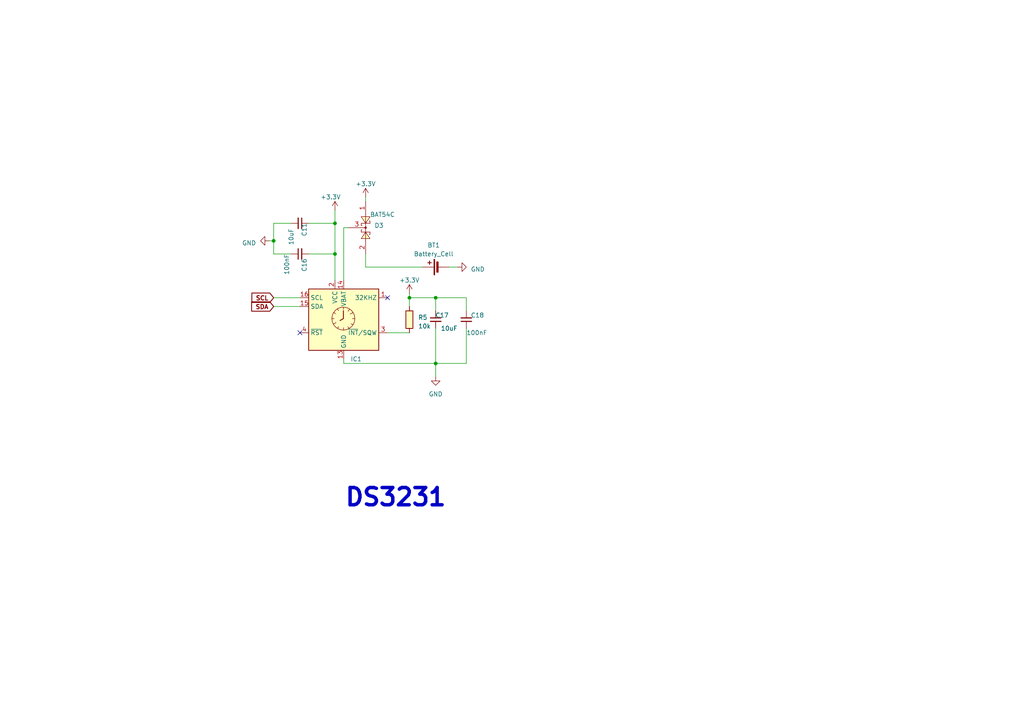
<source format=kicad_sch>
(kicad_sch (version 20230121) (generator eeschema)
  (paper "A4")
  (lib_symbols
    (symbol "IVS_SYMBOLS:BAT54C" (pin_names (offset 1.016))
      (property "Reference" "D" (at 0.635 -3.81 0))
      (property "Value" "BAT54C" (at -6.35 3.175 0))
      (symbol "BAT54C_0_1"
        (polyline (pts (xy -1.905 0) (xy 1.905 0)))
        (polyline (pts (xy -1.905 1.27) (xy -1.905 1.016)))
        (polyline (pts (xy -1.27 -1.27) (xy -0.635 -1.27)))
        (polyline (pts (xy -1.27 0) (xy -3.81 0)))
        (polyline (pts (xy -1.27 1.27) (xy -1.905 1.27)))
        (polyline (pts (xy -1.27 1.27) (xy -1.27 -1.27)))
        (polyline (pts (xy -0.635 -1.27) (xy -0.635 -1.016)))
        (polyline (pts (xy 0.635 -1.27) (xy 0.635 -1.016)))
        (polyline (pts (xy 1.27 -1.27) (xy 0.635 -1.27)))
        (polyline (pts (xy 1.27 1.27) (xy 1.27 -1.27)))
        (polyline (pts (xy 1.27 1.27) (xy 1.905 1.27)))
        (polyline (pts (xy 1.905 1.27) (xy 1.905 1.016)))
        (polyline (pts (xy 3.81 0) (xy 1.27 0)))
        (circle (center 0 0) (radius 0.254) (fill (type outline)))
      )
      (symbol "BAT54C_1_1"
        (polyline (pts (xy -3.175 -1.27) (xy -3.175 1.27) (xy -1.27 0) (xy -3.175 -1.27)) (fill (type background)))
        (polyline (pts (xy 3.175 -1.27) (xy 3.175 1.27) (xy 1.27 0) (xy 3.175 -1.27)) (fill (type background)))
        (pin passive line (at -7.62 0 0) (length 3.81) (name "~") (number "1"))
        (pin passive line (at 7.62 0 180) (length 3.81) (name "~") (number "2"))
        (pin passive line (at 0 -5.08 90) (length 5.08) (name "~") (number "3"))
      )
    )
    (symbol "IVS_SYMBOLS:Battery_Cell" (pin_numbers hide) (pin_names (offset 0) hide)
      (property "Reference" "BT" (at 2.54 2.54 0))
      (property "Value" "Battery_Cell" (at 2.54 0 0))
      (symbol "Battery_Cell_0_1"
        (rectangle (start -2.286 1.778) (end 2.286 1.524) (fill (type outline)))
        (rectangle (start -1.524 1.016) (end 1.524 0.508) (fill (type outline)))
        (polyline (pts (xy 0 0.762) (xy 0 0)))
        (polyline (pts (xy 0 1.778) (xy 0 2.54)))
        (polyline (pts (xy 0.762 3.048) (xy 1.778 3.048)) (stroke (width 0.254)))
        (polyline (pts (xy 1.27 3.556) (xy 1.27 2.54)) (stroke (width 0.254)))
      )
      (symbol "Battery_Cell_1_1"
        (pin passive line (at 0 5.08 270) (length 2.54) (name "+") (number "1"))
        (pin passive line (at 0 -2.54 90) (length 2.54) (name "-") (number "2"))
      )
    )
    (symbol "IVS_SYMBOLS:C_Small" (pin_numbers hide) (pin_names (offset 0.254) hide)
      (property "Reference" "C" (at 0.254 1.778 0))
      (property "Value" "C_Small" (at 0.254 -2.032 0))
      (symbol "C_Small_0_1"
        (polyline (pts (xy -1.524 -0.508) (xy 1.524 -0.508)) (stroke (width 0.3302)))
        (polyline (pts (xy -1.524 0.508) (xy 1.524 0.508)) (stroke (width 0.3048)))
      )
      (symbol "C_Small_1_1"
        (pin passive line (at 0 2.54 270) (length 2.032) (name "~") (number "1"))
        (pin passive line (at 0 -2.54 90) (length 2.032) (name "~") (number "2"))
      )
    )
    (symbol "IVS_SYMBOLS:R" (pin_numbers hide) (pin_names (offset 0))
      (property "Reference" "R" (at 2.032 0 90))
      (property "Value" "R" (at 0 0 90))
      (symbol "R_1_1"
        (rectangle (start -1.016 2.54) (end 1.016 -2.54) (stroke (width 0.254)) (fill (type background)))
        (pin passive line (at 0 3.81 270) (length 1.27) (name "~") (number "1"))
        (pin passive line (at 0 -3.81 90) (length 1.27) (name "~") (number "2"))
      )
    )
    (symbol "IVS_SYMBOLS:RTC_DS3231M"
      (property "Reference" "IC" (at -7.62 8.89 0))
      (property "Value" "RTC_DS3231M" (at 6.985 -20.955 0))
      (symbol "RTC_DS3231M_0_1"
        (rectangle (start -10.16 7.62) (end 10.16 -10.16) (stroke (width 0.254)) (fill (type background)))
        (circle (center -0.1016 -0.9652) (radius 3.316))
        (polyline (pts (xy -3.4544 -0.9652) (xy -2.794 -0.9652)))
        (polyline (pts (xy -2.9972 -2.54) (xy -2.2352 -2.1336)))
        (polyline (pts (xy -2.8956 0.8128) (xy -2.3876 0.4572)))
        (polyline (pts (xy -1.8288 -3.7592) (xy -1.4732 -3.302)))
        (polyline (pts (xy -1.8288 1.8288) (xy -1.524 1.3716)))
        (polyline (pts (xy -0.1016 2.3368) (xy -0.1016 1.7272)))
        (polyline (pts (xy -0.0508 -3.6068) (xy -0.0508 -4.2672)))
        (polyline (pts (xy 1.2192 -3.3528) (xy 1.524 -3.81)))
        (polyline (pts (xy 1.27 1.1684) (xy 1.6764 1.7272)))
        (polyline (pts (xy 1.8796 0.3556) (xy 2.6416 0.762)))
        (polyline (pts (xy 2.1336 -2.4892) (xy 2.6924 -2.7432)))
        (polyline (pts (xy 2.54 -0.9652) (xy 3.2004 -0.9652)))
        (polyline (pts (xy -0.1016 1.3208) (xy -0.1016 -0.9652) (xy -1.0668 -1.524)) (stroke (width 0.254)))
      )
      (symbol "RTC_DS3231M_1_1"
        (pin open_collector line (at 12.7 5.08 180) (length 2.54) (name "32KHZ") (number "1"))
        (pin passive line (at 0 -12.7 90) (length 2.54) hide (name "GND") (number "10"))
        (pin passive line (at 0 -12.7 90) (length 2.54) hide (name "GND") (number "11"))
        (pin passive line (at 0 -12.7 90) (length 2.54) hide (name "GND") (number "12"))
        (pin power_in line (at 0 -12.7 90) (length 2.54) (name "GND") (number "13"))
        (pin power_in line (at 0 10.16 270) (length 2.54) (name "VBAT") (number "14"))
        (pin bidirectional line (at -12.7 2.54 0) (length 2.54) (name "SDA") (number "15"))
        (pin input line (at -12.7 5.08 0) (length 2.54) (name "SCL") (number "16"))
        (pin power_in line (at -2.54 10.16 270) (length 2.54) (name "VCC") (number "2"))
        (pin open_collector line (at 12.7 -5.08 180) (length 2.54) (name "~{INT}/SQW") (number "3"))
        (pin bidirectional line (at -12.7 -5.08 0) (length 2.54) (name "~{RST}") (number "4"))
        (pin passive line (at 0 -12.7 90) (length 2.54) hide (name "GND") (number "5"))
        (pin passive line (at 0 -12.7 90) (length 2.54) hide (name "GND") (number "6"))
        (pin passive line (at 0 -12.7 90) (length 2.54) hide (name "GND") (number "7"))
        (pin passive line (at 0 -12.7 90) (length 2.54) hide (name "GND") (number "8"))
        (pin passive line (at 0 -12.7 90) (length 2.54) hide (name "GND") (number "9"))
      )
    )
    (symbol "power:+3.3V" (power) (pin_names (offset 0))
      (property "Value" "+3.3V" (at 0 3.556 0))
      (symbol "+3.3V_0_1"
        (polyline (pts (xy -0.762 1.27) (xy 0 2.54)))
        (polyline (pts (xy 0 0) (xy 0 2.54)))
        (polyline (pts (xy 0 2.54) (xy 0.762 1.27)))
      )
      (symbol "+3.3V_1_1"
        (pin power_in line (at 0 0 90) (length 0) hide (name "+3.3V") (number "1"))
      )
    )
    (symbol "power:GND" (power) (pin_names (offset 0))
      (property "Value" "GND" (at 0 -3.81 0))
      (symbol "GND_0_1"
        (polyline (pts (xy 0 0) (xy 0 -1.27) (xy 1.27 -1.27) (xy 0 -2.54) (xy -1.27 -1.27) (xy 0 -1.27)))
      )
      (symbol "GND_1_1"
        (pin power_in line (at 0 0 270) (length 0) hide (name "GND") (number "1"))
      )
    )
  )
  (junction (at 126.365 86.36))
  (junction (at 97.155 64.77))
  (junction (at 97.155 73.66))
  (junction (at 126.365 105.41))
  (junction (at 118.745 86.36))
  (junction (at 79.375 69.85))
  (no_connect (at 86.995 96.52))
  (no_connect (at 112.395 86.36))
  (wire (pts (xy 106.045 73.66) (xy 106.045 77.47)))
  (wire (pts (xy 106.045 57.15) (xy 106.045 58.42)))
  (wire (pts (xy 78.105 69.85) (xy 79.375 69.85)))
  (wire (pts (xy 130.175 77.47) (xy 132.715 77.47)))
  (wire (pts (xy 89.535 64.77) (xy 97.155 64.77)))
  (wire (pts (xy 99.695 104.14) (xy 99.695 105.41)))
  (wire (pts (xy 126.365 86.36) (xy 135.255 86.36)))
  (wire (pts (xy 97.155 60.96) (xy 97.155 64.77)))
  (wire (pts (xy 135.255 95.25) (xy 135.255 105.41)))
  (wire (pts (xy 79.375 86.36) (xy 86.995 86.36)))
  (wire (pts (xy 79.375 88.9) (xy 86.995 88.9)))
  (wire (pts (xy 97.155 73.66) (xy 97.155 81.28)))
  (wire (pts (xy 118.745 86.36) (xy 126.365 86.36)))
  (wire (pts (xy 118.745 86.36) (xy 118.745 88.9)))
  (wire (pts (xy 89.535 73.66) (xy 97.155 73.66)))
  (wire (pts (xy 126.365 105.41) (xy 135.255 105.41)))
  (wire (pts (xy 126.365 86.36) (xy 126.365 90.17)))
  (wire (pts (xy 84.455 64.77) (xy 79.375 64.77)))
  (wire (pts (xy 99.695 105.41) (xy 126.365 105.41)))
  (wire (pts (xy 100.965 66.04) (xy 99.695 66.04)))
  (wire (pts (xy 97.155 64.77) (xy 97.155 73.66)))
  (wire (pts (xy 118.745 85.09) (xy 118.745 86.36)))
  (wire (pts (xy 135.255 86.36) (xy 135.255 90.17)))
  (wire (pts (xy 112.395 96.52) (xy 118.745 96.52)))
  (wire (pts (xy 79.375 64.77) (xy 79.375 69.85)))
  (wire (pts (xy 126.365 95.25) (xy 126.365 105.41)))
  (wire (pts (xy 79.375 69.85) (xy 79.375 73.66)))
  (wire (pts (xy 99.695 66.04) (xy 99.695 81.28)))
  (wire (pts (xy 106.045 77.47) (xy 122.555 77.47)))
  (wire (pts (xy 126.365 105.41) (xy 126.365 109.22)))
  (wire (pts (xy 84.455 73.66) (xy 79.375 73.66)))
  (text "DS3231" (at 99.695 147.32 0) (effects (font (size 5 5) bold) (justify left bottom)))
  (global_label "SCL" (shape input) (at 79.375 86.36 180) (effects (font bold)) (property "Intersheetrefs" "${INTERSHEET_REFS}" (effects hide)))
  (global_label "SDA" (shape input) (at 79.375 88.9 180) (effects (font bold)) (property "Intersheetrefs" "${INTERSHEET_REFS}" (effects hide)))
  (symbol (lib_id "IVS_SYMBOLS:C_Small") (at 86.995 64.77 270) (unit 1)
    (property "Reference" "C11" (at 88.265 68.58 0) (effects (justify right)))
    (property "Value" "10uF" (at 84.455 71.12 0) (effects (justify right)))
    (property "Footprint" "IVS_FOOTPRINTS:C_0603" (effects hide))
    (instances (project "KingPump" (path "" (reference "C11") (unit 1))) (project "MayLuuDong" (path "" (reference "C10") (unit 1))))
  )
  (symbol (lib_id "IVS_SYMBOLS:C_Small") (at 86.995 73.66 90) (unit 1)
    (property "Reference" "C16" (at 88.265 74.93 0) (effects (justify right)))
    (property "Value" "100nF" (at 83.185 73.66 0) (effects (justify right)))
    (property "Footprint" "IVS_FOOTPRINTS:C_0603" (effects hide))
    (instances (project "KingPump" (path "" (reference "C16") (unit 1))) (project "MayLuuDong" (path "" (reference "C23") (unit 1))))
  )
  (symbol (lib_id "IVS_SYMBOLS:RTC_DS3231M") (at 99.695 91.44 0) (unit 1)
    (property "Reference" "IC1" (at 101.6509 104.14 0) (effects (justify left)))
    (property "Value" "RTC_DS3231M" (effects hide))
    (property "Footprint" "IVS_FOOTPRINTS:SOIC-16W_7.5x10.3mm_P1.27mm" (effects hide))
    (property "Datasheet" "http://datasheets.maximintegrated.com/en/ds/DS3231.pdf" (effects hide))
    (property "Thegioiic_Buylink" "https://www.thegioiic.com/ds3231sn-ic-rtc-clock-calendar-16-soic" (effects hide))
    (property "ICDAYROI_Buylink" "https://icdayroi.com/ds3231n" (effects hide))
    (property "Digikey_Buylink" "https://www.digikey.com/en/products/detail/analog-devices-inc-maxim-integrated/DS3231M-TRL/2402421" (effects hide))
  )
  (symbol (lib_id "power:GND") (at 126.365 109.22 0) (unit 1)
    (property "Reference" "#PWR018" (effects hide))
    (property "Value" "GND" (at 126.365 114.3 0))
    (instances (project "KingPump" (path "" (reference "#PWR018") (unit 1))) (project "MayLuuDong" (path "" (reference "#PWR06") (unit 1))))
  )
  (symbol (lib_id "IVS_SYMBOLS:Battery_Cell") (at 127.635 77.47 90) (unit 1)
    (property "Reference" "BT1" (at 125.7935 71.12 90))
    (property "Value" "Battery_Cell" (at 125.7935 73.66 90))
    (property "Footprint" "IVS_FOOTPRINTS:BatteryHolder_CR1220" (effects hide))
  )
  (symbol (lib_id "power:GND") (at 78.105 69.85 270) (unit 1)
    (property "Reference" "#PWR014" (effects hide))
    (property "Value" "GND" (at 74.295 70.485 90) (effects (justify right)))
    (instances (project "KingPump" (path "" (reference "#PWR014") (unit 1))) (project "MayLuuDong" (path "" (reference "#PWR020") (unit 1))))
  )
  (symbol (lib_id "power:+3.3V") (at 97.155 60.96 0) (unit 1)
    (property "Reference" "#PWR015" (effects hide))
    (property "Value" "+3.3V" (at 95.885 57.15 0))
    (instances (project "KingPump" (path "" (reference "#PWR015") (unit 1))) (project "MayLuuDong" (path "" (reference "#PWR07") (unit 1))))
  )
  (symbol (lib_id "power:+3.3V") (at 106.045 57.15 0) (unit 1)
    (property "Reference" "#PWR016" (effects hide))
    (property "Value" "+3.3V" (at 106.045 53.34 0))
    (instances (project "KingPump" (path "" (reference "#PWR016") (unit 1))) (project "MayLuuDong" (path "" (reference "#PWR08") (unit 1))))
  )
  (symbol (lib_id "power:+3.3V") (at 118.745 85.09 0) (unit 1)
    (property "Reference" "#PWR017" (effects hide))
    (property "Value" "+3.3V" (at 118.745 81.28 0))
    (instances (project "KingPump" (path "" (reference "#PWR017") (unit 1))) (project "MayLuuDong" (path "" (reference "#PWR056") (unit 1))))
  )
  (symbol (lib_id "power:GND") (at 132.715 77.47 90) (unit 1)
    (property "Reference" "#PWR036" (effects hide))
    (property "Value" "GND" (at 136.525 78.105 90) (effects (justify right)))
    (instances (project "KingPump" (path "" (reference "#PWR036") (unit 1))) (project "MayLuuDong" (path "" (reference "#PWR09") (unit 1))))
  )
  (symbol (lib_id "IVS_SYMBOLS:R") (at 118.745 92.71 0) (unit 1)
    (property "Reference" "R5" (at 121.285 92.075 0) (effects (justify left)))
    (property "Value" "10k" (at 121.285 94.615 0) (effects (justify left)))
    (property "Footprint" "IVS_FOOTPRINTS:R_0603" (effects hide))
    (instances (project "KingPump" (path "" (reference "R5") (unit 1))) (project "MayLuuDong" (path "" (reference "R17") (unit 1))))
  )
  (symbol (lib_id "IVS_SYMBOLS:C_Small") (at 126.365 92.71 0) (unit 1)
    (property "Reference" "C17" (at 130.175 91.44 0) (effects (justify right)))
    (property "Value" "10uF" (at 132.715 95.25 0) (effects (justify right)))
    (property "Footprint" "IVS_FOOTPRINTS:C_0603" (effects hide))
    (instances (project "KingPump" (path "" (reference "C17") (unit 1))) (project "MayLuuDong" (path "" (reference "C3") (unit 1))))
  )
  (symbol (lib_id "IVS_SYMBOLS:C_Small") (at 135.255 92.71 180) (unit 1)
    (property "Reference" "C18" (at 136.525 91.44 0) (effects (justify right)))
    (property "Value" "100nF" (at 135.255 96.52 0) (effects (justify right)))
    (property "Footprint" "IVS_FOOTPRINTS:C_0603" (effects hide))
    (instances (project "KingPump" (path "" (reference "C18") (unit 1))) (project "MayLuuDong" (path "" (reference "C4") (unit 1))))
  )
  (symbol (lib_id "IVS_SYMBOLS:BAT54C") (at 106.045 66.04 270) (unit 1)
    (property "Reference" "D3" (at 108.585 65.405 90) (effects (justify left)))
    (property "Value" "BAT54C" (at 107.315 62.23 90) (effects (justify left)))
    (property "Footprint" "IVS_FOOTPRINTS:SOT23-3" (effects hide))
    (property "Datasheet" "http://www.diodes.com/_files/datasheets/ds11005.pdf" (effects hide))
    (instances (project "KingPump" (path "" (reference "D3") (unit 1))) (project "MayLuuDong" (path "" (reference "D2") (unit 1))))
  )
)
</source>
